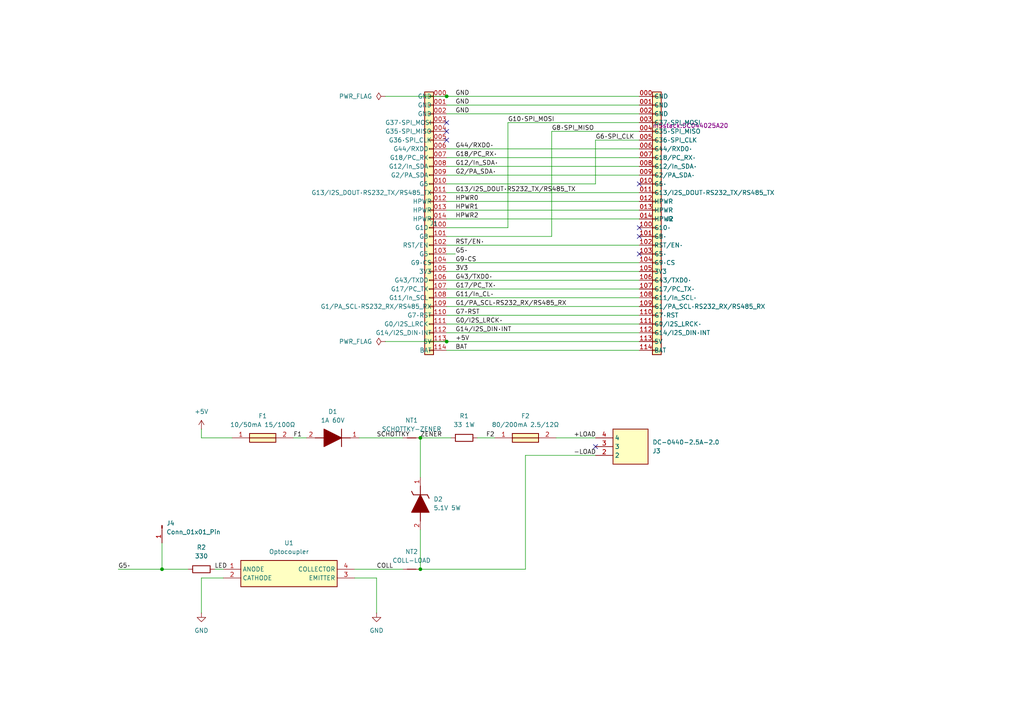
<source format=kicad_sch>
(kicad_sch (version 20250114) (generator "eeschema") (generator_version "9.0")
  (paper "A4")
  (title_block (title "M5Stack CoreS3 to LAN PoE v1.2 Adapter with external Relay") (date "2025-08-14") (rev "1.0") (company "https://github.com/rtyle") (comment 1 "https://github.com/m5stack/M5_Hardware/tree/master/PCB/Module") (comment 2 "https://docs.m5stack.com/en/base/lan_poe_v12") (comment 3 "https://docs.m5stack.com/en/accessory/bus_socket"))
  (lib_symbols
    (symbol "Connector:Conn_01x01_Pin" (pin_names (offset 1.016) (hide yes))
      (property "Reference" "J" (at 0 2.54 0))
      (property "Value" "Conn_01x01_Pin" (at 0 -2.54 0))
      (symbol "Conn_01x01_Pin_1_1"
        (rectangle (start 0.8636 0.127) (end 0 -0.127) (stroke (width 0.1524)) (fill (type outline)))
        (polyline (pts (xy 1.27 0) (xy 0.8636 0)) (stroke (width 0.1524)))
        (pin passive line (at 5.08 0 180) (length 3.81) (name "Pin_1") (number "1"))
      )
    )
    (symbol "Device:NetTie_2" (pin_numbers (hide yes)) (pin_names (offset 0) (hide yes)) (in_bom no)
      (property "Reference" "NT" (at 0 1.27 0))
      (property "Value" "NetTie_2" (at 0 -1.27 0))
      (symbol "NetTie_2_0_1"
        (polyline (pts (xy -1.27 0) (xy 1.27 0)) (stroke (width 0.254)))
      )
      (symbol "NetTie_2_1_1"
        (pin passive line (at -2.54 0 0) (length 2.54) (name "1") (number "1"))
        (pin passive line (at 2.54 0 180) (length 2.54) (name "2") (number "2"))
      )
    )
    (symbol "Device:R" (pin_numbers (hide yes)) (pin_names (offset 0))
      (property "Reference" "R" (at 2.032 0 90))
      (property "Value" "R" (at 0 0 90))
      (symbol "R_0_1"
        (rectangle (start -1.016 -2.54) (end 1.016 2.54) (stroke (width 0.254)))
      )
      (symbol "R_1_1"
        (pin passive line (at 0 3.81 270) (length 1.27) (name "~") (number "1"))
        (pin passive line (at 0 -3.81 90) (length 1.27) (name "~") (number "2"))
      )
    )
    (symbol "SamacSys_Parts:0603L001_60YR" (pin_names (hide yes))
      (property "Reference" "F" (at 13.97 6.35 0))
      (property "Value" "0603L001_60YR" (at 13.97 3.81 0))
      (symbol "0603L001_60YR_1_1"
        (rectangle (start 5.08 1.27) (end 12.7 -1.27) (stroke (width 0.254)) (fill (type background)))
        (polyline (pts (xy 5.08 0) (xy 12.7 0)) (stroke (width 0.254)))
        (pin passive line (at 0 0 0) (length 5.08) (name "1") (number "1"))
        (pin passive line (at 17.78 0 180) (length 5.08) (name "2") (number "2"))
      )
    )
    (symbol "SamacSys_Parts:0603L008YR" (pin_names (hide yes))
      (property "Reference" "F" (at 13.97 6.35 0))
      (property "Value" "0603L008YR" (at 13.97 3.81 0))
      (symbol "0603L008YR_1_1"
        (rectangle (start 5.08 1.27) (end 12.7 -1.27) (stroke (width 0.254)) (fill (type background)))
        (polyline (pts (xy 5.08 0) (xy 12.7 0)) (stroke (width 0.254)))
        (pin passive line (at 0 0 0) (length 5.08) (name "1") (number "1"))
        (pin passive line (at 17.78 0 180) (length 5.08) (name "2") (number "2"))
      )
    )
    (symbol "SamacSys_Parts:DC-0440-2.5A-2.0"
      (property "Reference" "J" (at 16.51 7.62 0))
      (property "Value" "DC-0440-2.5A-2.0" (at 16.51 5.08 0))
      (property "Footprint" "SamacSys_Parts:DC044025A20" (at 16.51 -94.92 0))
      (symbol "DC-0440-2.5A-2.0_1_1"
        (rectangle (start 5.08 2.54) (end 15.24 -7.62) (stroke (width 0.254)) (fill (type background)))
        (pin passive line (at 0 0 0) (length 5.08) (name "2") (number "2"))
        (pin passive line (at 0 -2.54 0) (length 5.08) (name "3") (number "3"))
        (pin passive line (at 0 -5.08 0) (length 5.08) (name "4") (number "4"))
      )
    )
    (symbol "SamacSys_Parts:LTV-817S"
      (property "Reference" "U" (at 34.29 7.62 0))
      (property "Value" "LTV-817S" (at 34.29 5.08 0))
      (symbol "LTV-817S_1_1"
        (rectangle (start 5.08 2.54) (end 33.02 -5.08) (stroke (width 0.254)) (fill (type background)))
        (pin passive line (at 0 0 0) (length 5.08) (name "ANODE") (number "1"))
        (pin passive line (at 0 -2.54 0) (length 5.08) (name "CATHODE") (number "2"))
        (pin passive line (at 38.1 0 180) (length 5.08) (name "COLLECTOR") (number "4"))
        (pin passive line (at 38.1 -2.54 180) (length 5.08) (name "EMITTER") (number "3"))
      )
    )
    (symbol "SamacSys_Parts:SMBJ5338B-TP" (pin_names (hide yes))
      (property "Reference" "Z" (at 10.16 8.89 0))
      (property "Value" "SMBJ5338B-TP" (at 10.16 6.35 0))
      (symbol "SMBJ5338B-TP_1_1"
        (polyline (pts (xy 2.54 0) (xy 5.08 0)) (stroke (width 0.254)))
        (polyline (pts (xy 4.064 -2.54) (xy 5.08 -2.032)) (stroke (width 0.254)))
        (polyline (pts (xy 5.08 2.032) (xy 5.08 -2.032)) (stroke (width 0.254)))
        (polyline (pts (xy 5.08 2.032) (xy 6.096 2.54)) (stroke (width 0.254)))
        (polyline (pts (xy 5.08 0) (xy 10.16 2.54) (xy 10.16 -2.54) (xy 5.08 0)) (stroke (width 0.254)) (fill (type outline)))
        (polyline (pts (xy 12.7 0) (xy 10.16 0)) (stroke (width 0.254)))
        (pin passive line (at 0 0 0) (length 2.54) (name "K") (number "1"))
        (pin passive line (at 15.24 0 180) (length 2.54) (name "A") (number "2"))
      )
    )
    (symbol "SamacSys_Parts:SS16T3G" (pin_names (hide yes))
      (property "Reference" "D" (at 11.43 5.08 0))
      (property "Value" "SS16T3G" (at 11.43 2.54 0))
      (symbol "SS16T3G_1_1"
        (polyline (pts (xy 2.54 0) (xy 5.08 0)) (stroke (width 0.254)))
        (polyline (pts (xy 5.08 2.54) (xy 5.08 -2.54)) (stroke (width 0.254)))
        (polyline (pts (xy 5.08 0) (xy 10.16 2.54) (xy 10.16 -2.54) (xy 5.08 0)) (stroke (width 0.254)) (fill (type outline)))
        (polyline (pts (xy 10.16 0) (xy 12.7 0)) (stroke (width 0.254)))
        (pin passive line (at 0 0 0) (length 2.54) (name "K") (number "1"))
        (pin passive line (at 15.24 0 180) (length 2.54) (name "A") (number "2"))
      )
    )
    (symbol "m5stack:Conn_01x30_M5Stack_CoreS3-Base_LAN_PoE_v1.2"
      (property "Reference" "U" (at 0 0 0))
      (symbol "Conn_01x30_M5Stack_CoreS3-Base_LAN_PoE_v1.2_1_1"
        (rectangle (start 3.81 38.1) (end 6.35 -38.1) (stroke (width 0.254)) (fill (type background)))
        (rectangle (start 3.81 36.957) (end 5.08 36.703) (stroke (width 0.1524)))
        (rectangle (start 3.81 34.417) (end 5.08 34.163) (stroke (width 0.1524)))
        (rectangle (start 3.81 31.877) (end 5.08 31.623) (stroke (width 0.1524)))
        (rectangle (start 3.81 29.337) (end 5.08 29.083) (stroke (width 0.1524)))
        (rectangle (start 3.81 26.797) (end 5.08 26.543) (stroke (width 0.1524)))
        (rectangle (start 3.81 24.257) (end 5.08 24.003) (stroke (width 0.1524)))
        (rectangle (start 3.81 21.717) (end 5.08 21.463) (stroke (width 0.1524)))
        (rectangle (start 3.81 19.177) (end 5.08 18.923) (stroke (width 0.1524)))
        (rectangle (start 3.81 16.637) (end 5.08 16.383) (stroke (width 0.1524)))
        (rectangle (start 3.81 14.097) (end 5.08 13.843) (stroke (width 0.1524)))
        (rectangle (start 3.81 11.557) (end 5.08 11.303) (stroke (width 0.1524)))
        (rectangle (start 3.81 9.017) (end 5.08 8.763) (stroke (width 0.1524)))
        (rectangle (start 3.81 6.477) (end 5.08 6.223) (stroke (width 0.1524)))
        (rectangle (start 3.81 3.937) (end 5.08 3.683) (stroke (width 0.1524)))
        (rectangle (start 3.81 1.397) (end 5.08 1.143) (stroke (width 0.1524)))
        (rectangle (start 3.81 -1.143) (end 5.08 -1.397) (stroke (width 0.1524)))
        (rectangle (start 3.81 -3.683) (end 5.08 -3.937) (stroke (width 0.1524)))
        (rectangle (start 3.81 -6.223) (end 5.08 -6.477) (stroke (width 0.1524)))
        (rectangle (start 3.81 -8.763) (end 5.08 -9.017) (stroke (width 0.1524)))
        (rectangle (start 3.81 -11.303) (end 5.08 -11.557) (stroke (width 0.1524)))
        (rectangle (start 3.81 -13.843) (end 5.08 -14.097) (stroke (width 0.1524)))
        (rectangle (start 3.81 -16.383) (end 5.08 -16.637) (stroke (width 0.1524)))
        (rectangle (start 3.81 -18.923) (end 5.08 -19.177) (stroke (width 0.1524)))
        (rectangle (start 3.81 -21.463) (end 5.08 -21.717) (stroke (width 0.1524)))
        (rectangle (start 3.81 -24.003) (end 5.08 -24.257) (stroke (width 0.1524)))
        (rectangle (start 3.81 -26.543) (end 5.08 -26.797) (stroke (width 0.1524)))
        (rectangle (start 3.81 -29.083) (end 5.08 -29.337) (stroke (width 0.1524)))
        (rectangle (start 3.81 -31.623) (end 5.08 -31.877) (stroke (width 0.1524)))
        (rectangle (start 3.81 -34.163) (end 5.08 -34.417) (stroke (width 0.1524)))
        (rectangle (start 3.81 -36.703) (end 5.08 -36.957) (stroke (width 0.1524)))
        (pin passive line (at 0 36.83 0) (length 3.81) (name "GND") (number "000"))
        (pin passive line (at 0 34.29 0) (length 3.81) (name "GND") (number "001"))
        (pin passive line (at 0 31.75 0) (length 3.81) (name "GND") (number "002"))
        (pin passive line (at 0 29.21 0) (length 3.81) (name "G37·SPI_MOSI") (number "003"))
        (pin passive line (at 0 26.67 0) (length 3.81) (name "G35·SPI_MISO") (number "004"))
        (pin passive line (at 0 24.13 0) (length 3.81) (name "G36·SPI_CLK") (number "005"))
        (pin passive line (at 0 21.59 0) (length 3.81) (name "G44/RXD0·") (number "006"))
        (pin passive line (at 0 19.05 0) (length 3.81) (name "G18/PC_RX·") (number "007"))
        (pin passive line (at 0 16.51 0) (length 3.81) (name "G12/In_SDA·") (number "008"))
        (pin passive line (at 0 13.97 0) (length 3.81) (name "G2/PA_SDA·") (number "009"))
        (pin passive line (at 0 11.43 0) (length 3.81) (name "G6·") (number "010"))
        (pin passive line (at 0 8.89 0) (length 3.81) (name "G13/I2S_DOUT·RS232_TX/RS485_TX") (number "011"))
        (pin passive line (at 0 6.35 0) (length 3.81) (name "HPWR") (number "012"))
        (pin passive line (at 0 3.81 0) (length 3.81) (name "HPWR") (number "013"))
        (pin passive line (at 0 1.27 0) (length 3.81) (name "HPWR") (number "014"))
        (pin passive line (at 0 -1.27 0) (length 3.81) (name "G10·") (number "100"))
        (pin passive line (at 0 -3.81 0) (length 3.81) (name "G8·") (number "101"))
        (pin passive line (at 0 -6.35 0) (length 3.81) (name "RST/EN·") (number "102"))
        (pin passive line (at 0 -8.89 0) (length 3.81) (name "G5·") (number "103"))
        (pin passive line (at 0 -11.43 0) (length 3.81) (name "G9·CS") (number "104"))
        (pin passive line (at 0 -13.97 0) (length 3.81) (name "3V3") (number "105"))
        (pin passive line (at 0 -16.51 0) (length 3.81) (name "G43/TXD0·") (number "106"))
        (pin passive line (at 0 -19.05 0) (length 3.81) (name "G17/PC_TX·") (number "107"))
        (pin passive line (at 0 -21.59 0) (length 3.81) (name "G11/In_SCL·") (number "108"))
        (pin passive line (at 0 -24.13 0) (length 3.81) (name "G1/PA_SCL·RS232_RX/RS485_RX") (number "109"))
        (pin passive line (at 0 -26.67 0) (length 3.81) (name "G7·RST") (number "110"))
        (pin passive line (at 0 -29.21 0) (length 3.81) (name "G0/I2S_LRCK·") (number "111"))
        (pin passive line (at 0 -31.75 0) (length 3.81) (name "G14/I2S_DIN·INT") (number "112"))
        (pin passive line (at 0 -34.29 0) (length 3.81) (name "5V") (number "113"))
        (pin passive line (at 0 -36.83 0) (length 3.81) (name "BAT") (number "114"))
      )
    )
    (symbol "power:+5V" (power) (pin_numbers (hide yes)) (pin_names (offset 0) (hide yes))
      (property "Value" "+5V" (at 0 3.556 0))
      (symbol "+5V_0_1"
        (polyline (pts (xy -0.762 1.27) (xy 0 2.54)))
        (polyline (pts (xy 0 2.54) (xy 0.762 1.27)))
        (polyline (pts (xy 0 0) (xy 0 2.54)))
      )
      (symbol "+5V_1_1"
        (pin power_in line (at 0 0 90) (length 0) (name "~") (number "1"))
      )
    )
    (symbol "power:GND" (power) (pin_numbers (hide yes)) (pin_names (offset 0) (hide yes))
      (property "Value" "GND" (at 0 -3.81 0))
      (symbol "GND_0_1"
        (polyline (pts (xy 0 0) (xy 0 -1.27) (xy 1.27 -1.27) (xy 0 -2.54) (xy -1.27 -1.27) (xy 0 -1.27)))
      )
      (symbol "GND_1_1"
        (pin power_in line (at 0 0 270) (length 0) (name "~") (number "1"))
      )
    )
    (symbol "power:PWR_FLAG" (power) (pin_numbers (hide yes)) (pin_names (offset 0) (hide yes))
      (property "Value" "PWR_FLAG" (at 0 3.81 0))
      (symbol "PWR_FLAG_0_0"
        (pin power_out line (at 0 0 90) (length 0) (name "~") (number "1"))
      )
      (symbol "PWR_FLAG_0_1"
        (polyline (pts (xy 0 0) (xy 0 1.27) (xy -1.016 1.905) (xy 0 2.54) (xy 1.016 1.905) (xy 0 1.27)))
      )
    )
  )
  (junction (at 121.92 165.1))
  (junction (at 121.92 127))
  (junction (at 129.54 99.06))
  (junction (at 46.99 165.1))
  (junction (at 129.54 27.94))
  (no_connect (at 129.54 38.1))
  (no_connect (at 129.54 40.64))
  (no_connect (at 185.42 68.58))
  (no_connect (at 185.42 66.04))
  (no_connect (at 172.72 129.54))
  (no_connect (at 129.54 35.56))
  (no_connect (at 185.42 73.66))
  (no_connect (at 185.42 53.34))
  (wire (pts (xy 129.54 27.94) (xy 185.42 27.94)))
  (wire (pts (xy 152.4 132.08) (xy 152.4 165.1)))
  (wire (pts (xy 121.92 165.1) (xy 152.4 165.1)))
  (wire (pts (xy 129.54 93.98) (xy 185.42 93.98)))
  (wire (pts (xy 129.54 88.9) (xy 185.42 88.9)))
  (wire (pts (xy 121.92 127) (xy 121.92 138.43)))
  (wire (pts (xy 129.54 30.48) (xy 185.42 30.48)))
  (wire (pts (xy 129.54 45.72) (xy 185.42 45.72)))
  (wire (pts (xy 129.54 66.04) (xy 147.32 66.04)))
  (wire (pts (xy 46.99 157.48) (xy 46.99 165.1)))
  (wire (pts (xy 34.29 165.1) (xy 46.99 165.1)))
  (wire (pts (xy 104.14 127) (xy 116.84 127)))
  (wire (pts (xy 46.99 165.1) (xy 54.61 165.1)))
  (wire (pts (xy 129.54 50.8) (xy 185.42 50.8)))
  (wire (pts (xy 85.09 127) (xy 88.9 127)))
  (wire (pts (xy 109.22 167.64) (xy 109.22 177.8)))
  (wire (pts (xy 129.54 96.52) (xy 185.42 96.52)))
  (wire (pts (xy 129.54 71.12) (xy 185.42 71.12)))
  (wire (pts (xy 129.54 60.96) (xy 185.42 60.96)))
  (wire (pts (xy 161.29 127) (xy 172.72 127)))
  (wire (pts (xy 129.54 53.34) (xy 172.72 53.34)))
  (wire (pts (xy 129.54 76.2) (xy 185.42 76.2)))
  (wire (pts (xy 121.92 153.67) (xy 121.92 165.1)))
  (wire (pts (xy 129.54 55.88) (xy 185.42 55.88)))
  (wire (pts (xy 64.77 167.64) (xy 58.42 167.64)))
  (wire (pts (xy 147.32 66.04) (xy 147.32 35.56)))
  (wire (pts (xy 152.4 132.08) (xy 172.72 132.08)))
  (wire (pts (xy 129.54 73.66) (xy 132.08 73.66)))
  (wire (pts (xy 129.54 99.06) (xy 185.42 99.06)))
  (wire (pts (xy 121.92 127) (xy 130.81 127)))
  (wire (pts (xy 129.54 58.42) (xy 185.42 58.42)))
  (wire (pts (xy 129.54 91.44) (xy 185.42 91.44)))
  (wire (pts (xy 129.54 83.82) (xy 185.42 83.82)))
  (wire (pts (xy 129.54 86.36) (xy 185.42 86.36)))
  (wire (pts (xy 58.42 127) (xy 58.42 124.46)))
  (wire (pts (xy 160.02 68.58) (xy 160.02 38.1)))
  (wire (pts (xy 67.31 127) (xy 58.42 127)))
  (wire (pts (xy 160.02 38.1) (xy 185.42 38.1)))
  (wire (pts (xy 129.54 33.02) (xy 185.42 33.02)))
  (wire (pts (xy 129.54 43.18) (xy 185.42 43.18)))
  (wire (pts (xy 111.76 99.06) (xy 129.54 99.06)))
  (wire (pts (xy 102.87 167.64) (xy 109.22 167.64)))
  (wire (pts (xy 129.54 63.5) (xy 185.42 63.5)))
  (wire (pts (xy 111.76 27.94) (xy 129.54 27.94)))
  (wire (pts (xy 129.54 78.74) (xy 185.42 78.74)))
  (wire (pts (xy 138.43 127) (xy 143.51 127)))
  (wire (pts (xy 129.54 81.28) (xy 185.42 81.28)))
  (wire (pts (xy 172.72 40.64) (xy 185.42 40.64)))
  (wire (pts (xy 172.72 53.34) (xy 172.72 40.64)))
  (wire (pts (xy 62.23 165.1) (xy 64.77 165.1)))
  (wire (pts (xy 58.42 167.64) (xy 58.42 177.8)))
  (wire (pts (xy 147.32 35.56) (xy 185.42 35.56)))
  (wire (pts (xy 129.54 48.26) (xy 185.42 48.26)))
  (wire (pts (xy 129.54 68.58) (xy 160.02 68.58)))
  (wire (pts (xy 129.54 101.6) (xy 185.42 101.6)))
  (wire (pts (xy 102.87 165.1) (xy 116.84 165.1)))
  (label "SCHOTTKY" (at 109.22 127 0))
  (label "3V3" (at 132.08 78.74 0))
  (label "BAT" (at 132.08 101.6 0))
  (label "F2" (at 140.97 127 0))
  (label "G5·" (at 132.08 73.66 0))
  (label "LED" (at 62.23 165.1 0))
  (label "G5·" (at 34.29 165.1 0))
  (label "RST{slash}EN·" (at 132.08 71.12 0))
  (label "ZENER" (at 121.92 127 0))
  (label "+LOAD" (at 166.37 127 0))
  (label "+5V" (at 132.08 99.06 0))
  (label "G7·RST" (at 132.08 91.44 0))
  (label "G9·CS" (at 132.08 76.2 0))
  (label "GND" (at 132.08 33.02 0))
  (label "G2{slash}PA_SDA·" (at 132.08 50.8 0))
  (label "COLL" (at 109.22 165.1 0))
  (label "G11{slash}In_CL·" (at 132.08 86.36 0))
  (label "G0{slash}I2S_LRCK·" (at 132.08 93.98 0))
  (label "G13{slash}I2S_DOUT·RS232_TX{slash}RS485_TX" (at 132.08 55.88 0))
  (label "-LOAD" (at 166.37 132.08 0))
  (label "G12{slash}In_SDA·" (at 132.08 48.26 0))
  (label "HPWR0" (at 132.08 58.42 0))
  (label "G18{slash}PC_RX·" (at 132.08 45.72 0))
  (label "HPWR1" (at 132.08 60.96 0))
  (label "G6·SPI_CLK" (at 172.72 40.64 0))
  (label "GND" (at 132.08 30.48 0))
  (label "G1{slash}PA_SCL·RS232_RX{slash}RS485_RX" (at 132.08 88.9 0))
  (label "G14{slash}I2S_DIN·INT" (at 132.08 96.52 0))
  (label "G8·SPI_MISO" (at 160.02 38.1 0))
  (label "G10·SPI_MOSI" (at 147.32 35.56 0))
  (label "F1" (at 85.09 127 0))
  (label "G44{slash}RXD0·" (at 132.08 43.18 0))
  (label "G17{slash}PC_TX·" (at 132.08 83.82 0))
  (label "G43{slash}TXD0·" (at 132.08 81.28 0))
  (label "GND" (at 132.08 27.94 0))
  (label "HPWR2" (at 132.08 63.5 0))
  (symbol (lib_id "Device:R") (at 134.62 127 90) (unit 1)
    (property "Reference" "R1" (at 134.62 120.65 90))
    (property "Value" "33 1W" (at 134.62 123.19 90))
    (property "Footprint" "Resistor_SMD:R_1210_3225Metric" (effects (hide yes)))
    (property "Datasheet" "https://fscdn.rohm.com/en/products/databook/datasheet/passive/resistor/chip_resistor/esr-e.pdf" (effects (hide yes)))
    (property "Description" "Resistor" (effects (hide yes)))
    (property "Mouser Part Number" "755-ESR25JZPJ330 " (effects (hide yes)))
    (property "Vendor" "https://www.mouser.com/ProductDetail/ROHM-Semiconductor/ESR25JZPJ330?qs=493kPxzlxfJQrSS8wBFbnw%3D%3D" (effects (hide yes)))
  )
  (symbol (lib_id "power:+5V") (at 58.42 124.46 0) (unit 1)
    (property "Reference" "#PWR02" (effects (hide yes)))
    (property "Value" "+5V" (at 58.42 119.38 0))
    (property "Description" "Power symbol creates a global label with name \"+5V\"" (effects (hide yes)))
  )
  (symbol (lib_id "SamacSys_Parts:LTV-817S") (at 64.77 165.1 0) (unit 1)
    (property "Reference" "U1" (at 83.82 157.48 0))
    (property "Value" "Optocoupler" (at 83.82 160.02 0))
    (property "Footprint" "SamacSys_Parts:SOP254P1016X460-4N" (effects (hide yes)))
    (property "Datasheet" "http://optoelectronics.liteon.com/upload/download/DS-70-96-0016/LTV-8X7%20series%20201610%20.pdf" (effects (hide yes)))
    (property "Description" "Optocoupler Transistor Output, 35V, SMD4 Lite-On LTV-817S DC Input Transistor Output Optocoupler, Surface Mount, 4-Pin SMD" (effects (hide yes)))
    (property "Mouser Part Number" "859-LTV-817S" (effects (hide yes)))
    (property "Vendor" "https://www.mouser.com/ProductDetail/LITEON/LTV-817S?qs=XpF7qU%252BvLkWYeWEC0OckNQ%3D%3D" (effects (hide yes)))
    (property "Height" "4.6" (effects (hide yes)))
    (property "Manufacturer_Name" "Lite-On" (effects (hide yes)))
    (property "Manufacturer_Part_Number" "LTV-817S" (effects (hide yes)))
    (property "Mouser Price/Stock" "https://www.mouser.co.uk/ProductDetail/Lite-On/LTV-817S?qs=XpF7qU%252BvLkWYeWEC0OckNQ%3D%3D" (effects (hide yes)))
    (property "Arrow Part Number" "LTV-817S" (effects (hide yes)))
    (property "Arrow Price/Stock" "https://www.arrow.com/en/products/ltv-817s/lite-on-technology?utm_currency=USD&region=nac" (effects (hide yes)))
  )
  (symbol (lib_id "power:GND") (at 109.22 177.8 0) (unit 1)
    (property "Reference" "#PWR03" (effects (hide yes)))
    (property "Value" "GND" (at 109.22 182.88 0))
    (property "Description" "Power symbol creates a global label with name \"GND\" , ground" (effects (hide yes)))
  )
  (symbol (lib_id "SamacSys_Parts:0603L001_60YR") (at 67.31 127 0) (unit 1)
    (property "Reference" "F1" (at 76.2 120.65 0))
    (property "Value" "10/50mA 15/100Ω" (at 76.2 123.19 0))
    (property "Footprint" "SamacSys_Parts:FUSC1608X100N" (effects (hide yes)))
    (property "Datasheet" "https://www.littelfuse.com/media?resourcetype=datasheets&itemid=879563f9-97a7-4e71-adba-37de085b333f&filename=littelfuse_ptc_0603l_datasheet.pdf" (effects (hide yes)))
    (property "Description" "Resettable Fuses - PPTC PTC 60V POLYFUSE SURF MOUNT 0603 .010A" (effects (hide yes)))
    (property "Mouser Part Number" "576-0603L001/60YR" (effects (hide yes)))
    (property "Vendor" "https://www.mouser.com/ProductDetail/Littelfuse/0603L001-60YR?qs=vmHwEFxEFR%252Bqpk0gfi6KUQ%3D%3D" (effects (hide yes)))
    (property "Height" "1" (effects (hide yes)))
    (property "Manufacturer_Name" "LITTELFUSE" (effects (hide yes)))
    (property "Manufacturer_Part_Number" "0603L001/60YR" (effects (hide yes)))
    (property "Mouser Price/Stock" "https://www.mouser.co.uk/ProductDetail/Littelfuse/0603L001-60YR?qs=vmHwEFxEFR%252Bqpk0gfi6KUQ%3D%3D" (effects (hide yes)))
    (property "Arrow Part Number" "0603L001/60YR" (effects (hide yes)))
    (property "Arrow Price/Stock" "null?region=nac" (effects (hide yes)))
  )
  (symbol (lib_id "power:PWR_FLAG") (at 111.76 99.06 90) (unit 1)
    (property "Reference" "#FLG01" (effects (hide yes)))
    (property "Value" "PWR_FLAG" (at 107.95 99.0599 90) (effects (justify left)))
    (property "Description" "Special symbol for telling ERC where power comes from" (effects (hide yes)))
  )
  (symbol (lib_id "SamacSys_Parts:SS16T3G") (at 104.14 127 180) (unit 1)
    (property "Reference" "D1" (at 96.52 119.38 0))
    (property "Value" "1A 60V" (at 96.52 121.92 0))
    (property "Footprint" "SamacSys_Parts:DIOM5226X220N" (effects (hide yes)))
    (property "Datasheet" "https://www.onsemi.com/pub/Collateral/SS16-D.PDF" (effects (hide yes)))
    (property "Description" "Small Compact Surface Mountable Package with JBent Leads; Rectangular Package for Automated Handling; Highly Stable Oxide Passivated Junction; Very Low Forward Voltage Drop; Guardring for Stress Protection Mechanical Characteristics:; Case: Epoxy, Molded; Weight: 70 mg (approximately); Finish: All External Surfaces Corrosion Resistant and Terminal Leads are Readily Solderable; Lead and Mounting Surface Temperature for Soldering Purposes: 260C Max. for 10 Seconds; Shipped in 12 mm tape, 5000 units per 13 i" (effects (hide yes)))
    (property "Mouser Part Number" "863-SS16T3G" (effects (hide yes)))
    (property "Vendor" "https://www.mouser.com/ProductDetail/onsemi/SS16T3G?qs=xZq1yRCsb1c8788h1nFazA%3D%3D" (effects (hide yes)))
    (property "Height" "2.2" (effects (hide yes)))
    (property "Manufacturer_Name" "onsemi" (effects (hide yes)))
    (property "Manufacturer_Part_Number" "SS16T3G" (effects (hide yes)))
    (property "Mouser Price/Stock" "https://www.mouser.co.uk/ProductDetail/onsemi/SS16T3G?qs=xZq1yRCsb1c8788h1nFazA%3D%3D" (effects (hide yes)))
    (property "Arrow Part Number" "SS16T3G" (effects (hide yes)))
    (property "Arrow Price/Stock" "https://www.arrow.com/en/products/ss16t3g/on-semiconductor?utm_currency=USD&region=nac" (effects (hide yes)))
  )
  (symbol (lib_id "Device:R") (at 58.42 165.1 90) (unit 1)
    (property "Reference" "R2" (at 58.42 158.75 90))
    (property "Value" "330" (at 58.42 161.29 90))
    (property "Footprint" "Resistor_SMD:R_1206_3216Metric" (effects (hide yes)))
    (property "Datasheet" "https://industrial.panasonic.com/cdbs/www-data/pdf/RDP0000/AOA0000C334.pdf" (effects (hide yes)))
    (property "Description" "Resistor" (effects (hide yes)))
    (property "Mouser Part Number" "667-ERJ-S08J331V" (effects (hide yes)))
    (property "Vendor" "https://www.mouser.com/ProductDetail/Panasonic/ERJ-S08J331V?qs=sGAEpiMZZMtG0KNrPCHnjXA8RZptup0%2FtqJYh3ySP%2Fg%3D" (effects (hide yes)))
  )
  (symbol (lib_id "m5stack:Conn_01x30_M5Stack_CoreS3-Base_LAN_PoE_v1.2") (at 129.54 64.77 0) (mirror y) (unit 1)
    (property "Reference" "J1" (at 127 64.7699 0) (effects (justify left)))
    (property "Value" "M5Stack A117 PinHeader" (effects (hide yes)))
    (property "Footprint" "m5stack:PinHeader_2x15_P2.54mm_Vertical_SMD_M5Stack_A001" (effects (hide yes)))
    (property "Datasheet" "https://docs.m5stack.com/en/accessory/bus_socket_smd_13.2" (effects (hide yes)))
    (property "Description" "Generic connector, single row, 01x30, script generated (kicad-library-utils/schlib/autogen/connector/)" (effects (hide yes)))
    (property "Vendor" "https://www.mouser.com/ProductDetail/M5Stack/A117?qs=Imq1NPwxi759SRSwpLYHZw%3D%3D" (effects (hide yes)))
    (property "Mouser Part Number" "170-A117" (effects (hide yes)))
  )
  (symbol (lib_id "SamacSys_Parts:0603L008YR") (at 143.51 127 0) (unit 1)
    (property "Reference" "F2" (at 152.4 120.65 0))
    (property "Value" "80/200mA 2.5/12Ω" (at 152.4 123.19 0))
    (property "Footprint" "SamacSys_Parts:FUSC1608X100N" (effects (hide yes)))
    (property "Datasheet" "https://www.littelfuse.com/assetdocs/resettable-ptcs-0603l-datasheet?assetguid=879563f9-97a7-4e71-adba-37de085b333f" (effects (hide yes)))
    (property "Description" "Resettable Fuses - PPTC PTC 15V POLYFUSE SURF MOUNT 0603 0.08A" (effects (hide yes)))
    (property "Mouser Part Number" "576-0603L008YR" (effects (hide yes)))
    (property "Vendor" "https://www.mouser.com/ProductDetail/Littelfuse/0603L008YR?qs=HoCaDK9Nz5cYI2lQ%2FgudXQ%3D%3D" (effects (hide yes)))
    (property "Height" "1" (effects (hide yes)))
    (property "Manufacturer_Name" "LITTELFUSE" (effects (hide yes)))
    (property "Manufacturer_Part_Number" "0603L008YR" (effects (hide yes)))
    (property "Mouser Price/Stock" "https://www.mouser.co.uk/ProductDetail/Littelfuse/0603L008YR?qs=HoCaDK9Nz5cYI2lQ%2FgudXQ%3D%3D" (effects (hide yes)))
  )
  (symbol (lib_id "Device:NetTie_2") (at 119.38 165.1 0) (unit 1) (in_bom no)
    (property "Reference" "NT2" (at 119.38 160.02 0))
    (property "Value" "COLL-LOAD" (at 119.38 162.56 0))
    (property "Footprint" "NetTie:NetTie-2_SMD_Pad0.5mm" (effects (hide yes)))
    (property "Description" "Net tie, 2 pins" (effects (hide yes)))
  )
  (symbol (lib_id "SamacSys_Parts:DC-0440-2.5A-2.0") (at 172.72 132.08 0) (mirror x) (unit 1)
    (property "Reference" "J3" (at 189.23 130.8101 0) (effects (justify left)))
    (property "Value" "DC-0440-2.5A-2.0" (at 189.23 128.2701 0) (effects (justify left)))
    (property "Footprint" "m5stack:DC044025A20" (at 189.23 37.16 0) (effects (justify left top)))
    (property "Datasheet" "https://www.lcsc.com/datasheet/C381118.pdf" (effects (hide yes)))
    (property "Description" "DC connector W11.5xD9.5xH7.0, inner core 2.0,2A 12V" (effects (hide yes)))
    (property "Height" "7" (effects (hide yes)))
    (property "Manufacturer_Name" "XKB Connectivity" (effects (hide yes)))
    (property "Manufacturer_Part_Number" "DC-0440-2.5A-2.0" (effects (hide yes)))
    (property "Vendor" "https://www.lcsc.com/product-detail/C381118.html" (effects (hide yes)))
  )
  (symbol (lib_id "Device:NetTie_2") (at 119.38 127 0) (unit 1) (in_bom no)
    (property "Reference" "NT1" (at 119.38 121.92 0))
    (property "Value" "SCHOTTKY-ZENER" (at 119.38 124.46 0))
    (property "Footprint" "NetTie:NetTie-2_SMD_Pad0.5mm" (effects (hide yes)))
    (property "Description" "Net tie, 2 pins" (effects (hide yes)))
  )
  (symbol (lib_id "power:PWR_FLAG") (at 111.76 27.94 90) (unit 1)
    (property "Reference" "#FLG02" (effects (hide yes)))
    (property "Value" "PWR_FLAG" (at 107.95 27.9399 90) (effects (justify left)))
    (property "Description" "Special symbol for telling ERC where power comes from" (effects (hide yes)))
  )
  (symbol (lib_id "Connector:Conn_01x01_Pin") (at 46.99 152.4 270) (unit 1)
    (property "Reference" "J4" (at 48.26 151.7649 90) (effects (justify left)))
    (property "Value" "Conn_01x01_Pin" (at 48.26 154.3049 90) (effects (justify left)))
    (property "Footprint" "Connector_PinHeader_1.00mm:PinHeader_1x01_P1.00mm_Vertical" (effects (hide yes)))
    (property "Description" "Generic connector, single row, 01x01, script generated" (effects (hide yes)))
  )
  (symbol (lib_id "SamacSys_Parts:SMBJ5338B-TP") (at 121.92 138.43 270) (unit 1)
    (property "Reference" "D2" (at 125.73 144.7799 90) (effects (justify left)))
    (property "Value" "5.1V 5W" (at 125.73 147.3199 90) (effects (justify left)))
    (property "Footprint" "SamacSys_Parts:DIOM5336X262N" (effects (hide yes)))
    (property "Datasheet" "https://www.mccsemi.com/pdf/Products/SMBJ5338B-SMBJ5388B(SMB).pdf" (effects (hide yes)))
    (property "Description" "Diode Zener Single 5.1V 5% 5000mW 2-Pin SMB T/R" (effects (hide yes)))
    (property "Mouser Part Number" "833-SMBJ5338B-TP" (effects (hide yes)))
    (property "Vendor" "https://www.mouser.com/ProductDetail/Micro-Commercial-Components-MCC/SMBJ5338B-TP?qs=ZNK0BnemlqGLDTXKB5El%252BA%3D%3D" (effects (hide yes)))
    (property "Height" "2.62" (effects (hide yes)))
    (property "Manufacturer_Name" "MCC" (effects (hide yes)))
    (property "Manufacturer_Part_Number" "SMBJ5338B-TP" (effects (hide yes)))
    (property "Mouser Price/Stock" "https://www.mouser.co.uk/ProductDetail/Micro-Commercial-Components-MCC/SMBJ5338B-TP?qs=ZNK0BnemlqGLDTXKB5El%252BA%3D%3D" (effects (hide yes)))
    (property "Arrow Part Number" "SMBJ5338B-TP" (effects (hide yes)))
    (property "Arrow Price/Stock" "https://www.arrow.com/en/products/smbj5338b-tp/micro-commercial-components?utm_currency=USD&region=asia" (effects (hide yes)))
  )
  (symbol (lib_id "m5stack:Conn_01x30_M5Stack_CoreS3-Base_LAN_PoE_v1.2") (at 185.42 64.77 0) (unit 1)
    (property "Reference" "J2" (at 193.04 63.4999 0) (effects (justify left)))
    (property "Value" "M5Stack A117 PinSocket" (effects (hide yes)))
    (property "Footprint" "m5stack:PinSocket_2x15_P2.54mm_Vertical_SMD_M5Stack_A001" (effects (hide yes)))
    (property "Datasheet" "https://docs.m5stack.com/en/accessory/bus_socket_smd_13.2" (effects (hide yes)))
    (property "Description" "Generic connector, single row, 01x30, script generated (kicad-library-utils/schlib/autogen/connector/)" (effects (hide yes)))
    (property "Vendor" "https://www.mouser.com/ProductDetail/M5Stack/A117?qs=Imq1NPwxi759SRSwpLYHZw%3D%3D" (effects (hide yes)))
    (property "Mouser Part Number" "170-A117" (effects (hide yes)))
  )
  (symbol (lib_id "power:GND") (at 58.42 177.8 0) (unit 1)
    (property "Reference" "#PWR01" (effects (hide yes)))
    (property "Value" "GND" (at 58.42 182.88 0))
    (property "Description" "Power symbol creates a global label with name \"GND\" , ground" (effects (hide yes)))
  )
)
</source>
